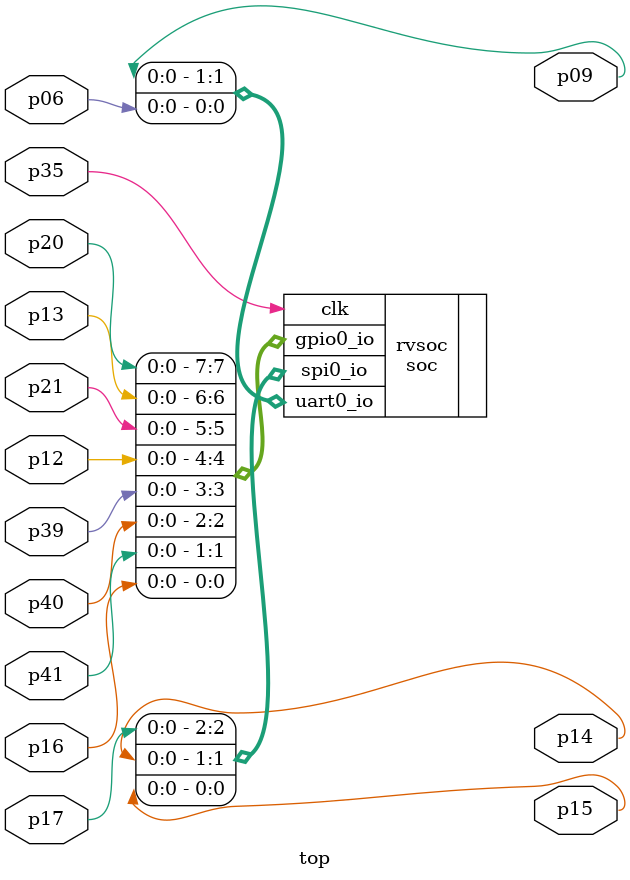
<source format=v>


// 32-bit soc definitions (reset address, bit field limits,...)
`include	"soc32.vh"

// PLL module type and name of input cock signal (for clocks.v)
`define		PLL_MODULE	SB_PLL40_PAD
`define		PLL_REFCLK	.PACKAGEPIN

// connection to outside pins (up5kbevn.pcf) and soc instantiation
module top (
	input		p35,		// clk, 12 MHz from FTDI osc
	input		p06,		// uart_rx,		uart0_io[0]
	output		p09,		// uart_tx,		uart0_io[1]
	output		p15,		// flash_clk,		spio0_io[0]
	output		p14,		// flash_mosi,		spio0_io[1]
	input		p17,		// flash_miso,		spio0_io[2]
	inout		p16,		// flash_csn,		gpio0_io[0]
	inout		p41,		// red   LED,		gpio0_io[1]
	inout		p40,		// green LED,		gpio0_io[2]
	inout		p39,		// blue  LED,		gpio0_io[3]
	inout		p12,		//			gpio0_io[4]
	inout		p21,		//			gpio0_io[5]
	inout		p13,		//			gpio0_io[6]
	inout		p20		//			gpio0_io[7]
	);

	// soc instantiation
	soc rvsoc(
		.clk(p35),
		.uart0_io({p09,p06}),				// {uart_tx,uart_rx}
		.gpio0_io({p20,p13,p21,p12,p39,p40,p41,p16}),	// {4xio-pins,blue,green,red,flash_csn}
		.spi0_io({p17,p14,p15})				// {flash_miso,flash_mosi,flash_clk}
	);

endmodule




</source>
